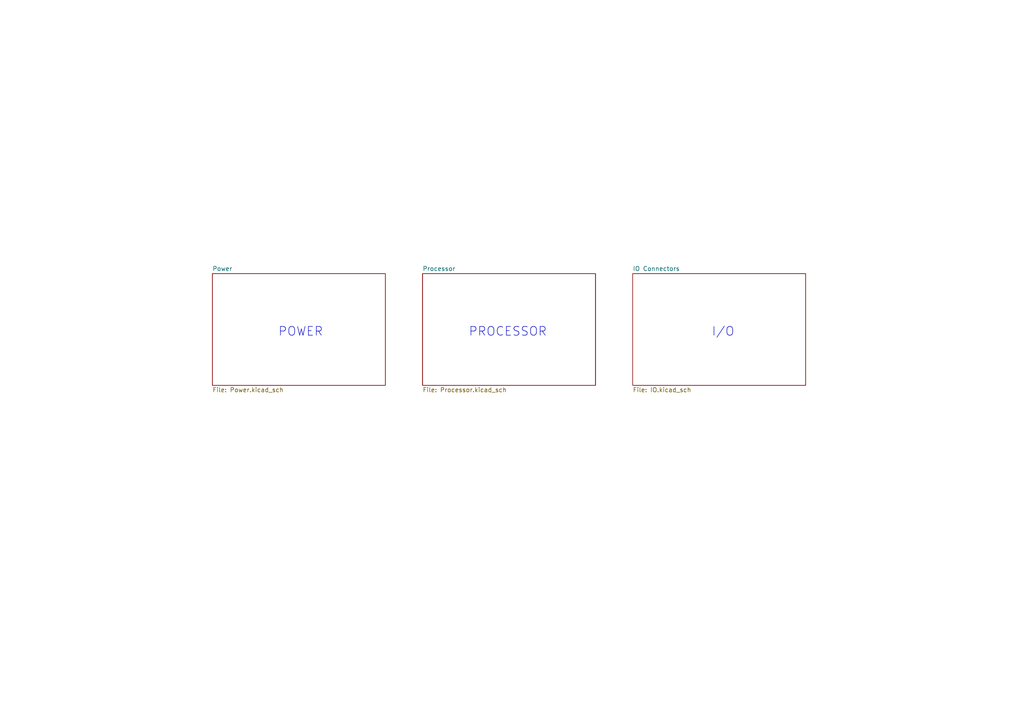
<source format=kicad_sch>
(kicad_sch (version 20211123) (generator eeschema)
  (paper "A4")
  (title_block (title "HomeAssistant Main Board") (date "2024-01-29") (rev "0.1") (company "Wojciech Majnert"))
  (lib_symbols)
  (text "I/O" (at 206.375 97.79 0) (effects (font (size 2.54 2.54)) (justify left bottom)))
  (text "POWER" (at 80.645 97.79 0) (effects (font (size 2.54 2.54)) (justify left bottom)))
  (text "PROCESSOR" (at 135.89 97.79 0) (effects (font (size 2.54 2.54)) (justify left bottom)))
  (sheet (at 183.515 79.375) (size 50.165 32.385) (stroke (width 0.1524))
    (property "Sheet name" "IO Connectors" (at 183.515 78.6634 0) (effects (justify left bottom)))
    (property "Sheet file" "IO.kicad_sch" (at 183.515 112.3446 0) (effects (justify left top)))
  )
  (sheet (at 122.555 79.375) (size 50.165 32.385) (stroke (width 0.1524))
    (property "Sheet name" "Processor" (at 122.555 78.6634 0) (effects (justify left bottom)))
    (property "Sheet file" "Processor.kicad_sch" (at 122.555 112.3446 0) (effects (justify left top)))
  )
  (sheet (at 61.595 79.375) (size 50.165 32.385) (stroke (width 0.1524))
    (property "Sheet name" "Power" (at 61.595 78.6634 0) (effects (justify left bottom)))
    (property "Sheet file" "Power.kicad_sch" (at 61.595 112.3446 0) (effects (justify left top)))
  )
)
</source>
